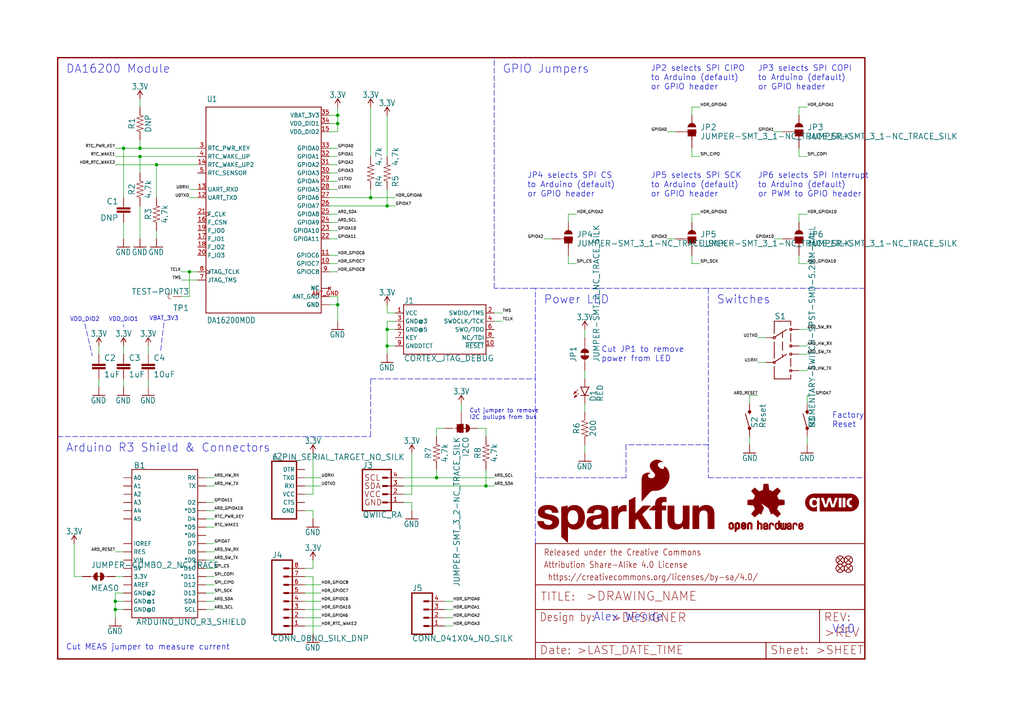
<source format=kicad_sch>
(kicad_sch (version 20211123) (generator eeschema)
  (paper "User" 315.798 223.926)
  (lib_symbols
    (symbol "eagleSchem-eagle-import:1.0UF-0603-16V-10%"
      (property "Reference" "C" (at 1.524 2.921 0))
      (property "Value" "1.0UF-0603-16V-10%" (at 1.524 -2.159 0))
      (symbol "1.0UF-0603-16V-10%_1_0"
        (pin passive line (at 0 5.08 270) (length 2.54) (name "1") (number "1"))
        (pin passive line (at 0 -2.54 90) (length 2.54) (name "2") (number "2"))
      )
    )
    (symbol "eagleSchem-eagle-import:10UF-0603-6.3V-20%"
      (property "Reference" "C" (at 1.524 2.921 0))
      (property "Value" "10UF-0603-6.3V-20%" (at 1.524 -2.159 0))
      (symbol "10UF-0603-6.3V-20%_1_0"
        (pin passive line (at 0 5.08 270) (length 2.54) (name "1") (number "1"))
        (pin passive line (at 0 -2.54 90) (length 2.54) (name "2") (number "2"))
      )
    )
    (symbol "eagleSchem-eagle-import:200OHM-0603-1{slash}10W-1%"
      (property "Reference" "R" (at 0 1.524 0))
      (property "Value" "200OHM-0603-1{slash}10W-1%" (at 0 -1.524 0))
      (symbol "200OHM-0603-1{slash}10W-1%_1_0"
        (pin passive line (at -5.08 0 0) (length 2.54) (name "1") (number "1"))
        (pin passive line (at 5.08 0 180) (length 2.54) (name "2") (number "2"))
      )
    )
    (symbol "eagleSchem-eagle-import:3.3V" (power)
      (property "Value" "3.3V" (at 0 2.794 0))
      (symbol "3.3V_1_0"
        (pin power_in line (at 0 0 90) (length 2.54) (name "3.3V") (number "1"))
      )
    )
    (symbol "eagleSchem-eagle-import:4.7KOHM-0603-1{slash}10W-1%"
      (property "Reference" "R" (at 0 1.524 0))
      (property "Value" "4.7KOHM-0603-1{slash}10W-1%" (at 0 -1.524 0))
      (symbol "4.7KOHM-0603-1{slash}10W-1%_1_0"
        (pin passive line (at -5.08 0 0) (length 2.54) (name "1") (number "1"))
        (pin passive line (at 5.08 0 180) (length 2.54) (name "2") (number "2"))
      )
    )
    (symbol "eagleSchem-eagle-import:6_PIN_SERIAL_TARGET_NO_SILK"
      (property "Reference" "J" (at -7.62 10.668 0))
      (property "Value" "6_PIN_SERIAL_TARGET_NO_SILK" (at -7.62 -9.906 0))
      (symbol "6_PIN_SERIAL_TARGET_NO_SILK_1_0"
        (pin passive line (at 2.54 -5.08 180) (length 2.54) (name "DTR") (number "1"))
        (pin passive line (at 2.54 0 180) (length 2.54) (name "RXI") (number "2"))
        (pin passive line (at 2.54 -2.54 180) (length 2.54) (name "TXO") (number "3"))
        (pin passive line (at 2.54 2.54 180) (length 2.54) (name "VCC") (number "4"))
        (pin passive line (at 2.54 5.08 180) (length 2.54) (name "CTS") (number "5"))
        (pin passive line (at 2.54 7.62 180) (length 2.54) (name "GND") (number "6"))
      )
    )
    (symbol "eagleSchem-eagle-import:ARDUINO_UNO_R3_SHIELDUNO_R3_SHIELD_NOLABELS_LOCK"
      (property "Reference" "B" (at -9.652 20.574 0))
      (property "Value" "ARDUINO_UNO_R3_SHIELDUNO_R3_SHIELD_NOLABELS_LOCK" (at -8.89 -25.654 0))
      (symbol "ARDUINO_UNO_R3_SHIELDUNO_R3_SHIELD_NOLABELS_LOCK_1_0"
        (pin bidirectional line (at -12.7 -12.7 0) (length 2.54) (name "3.3V") (number "3.3V"))
        (pin bidirectional line (at -12.7 -10.16 0) (length 2.54) (name "5V") (number "5V"))
        (pin bidirectional line (at -12.7 17.78 0) (length 2.54) (name "A0") (number "A0"))
        (pin bidirectional line (at -12.7 15.24 0) (length 2.54) (name "A1") (number "A1"))
        (pin bidirectional line (at -12.7 12.7 0) (length 2.54) (name "A2") (number "A2"))
        (pin bidirectional line (at -12.7 10.16 0) (length 2.54) (name "A3") (number "A3"))
        (pin bidirectional line (at -12.7 7.62 0) (length 2.54) (name "A4") (number "A4"))
        (pin bidirectional line (at -12.7 5.08 0) (length 2.54) (name "A5") (number "A5"))
        (pin bidirectional line (at -12.7 -15.24 0) (length 2.54) (name "AREF") (number "AREF"))
        (pin bidirectional line (at 12.7 -10.16 180) (length 2.54) (name "*D10") (number "D10"))
        (pin bidirectional line (at 12.7 -12.7 180) (length 2.54) (name "*D11") (number "D11"))
        (pin bidirectional line (at 12.7 -15.24 180) (length 2.54) (name "D12") (number "D12"))
        (pin bidirectional line (at 12.7 -17.78 180) (length 2.54) (name "D13") (number "D13"))
        (pin bidirectional line (at 12.7 10.16 180) (length 2.54) (name "D2") (number "D2"))
        (pin bidirectional line (at 12.7 7.62 180) (length 2.54) (name "*D3") (number "D3"))
        (pin bidirectional line (at 12.7 5.08 180) (length 2.54) (name "D4") (number "D4"))
        (pin bidirectional line (at 12.7 2.54 180) (length 2.54) (name "*D5") (number "D5"))
        (pin bidirectional line (at 12.7 0 180) (length 2.54) (name "*D6") (number "D6"))
        (pin bidirectional line (at 12.7 -2.54 180) (length 2.54) (name "D7") (number "D7"))
        (pin bidirectional line (at 12.7 -5.08 180) (length 2.54) (name "D8") (number "D8"))
        (pin bidirectional line (at 12.7 -7.62 180) (length 2.54) (name "*D9") (number "D9"))
        (pin bidirectional line (at -12.7 -22.86 0) (length 2.54) (name "GND@0") (number "GND@0"))
        (pin bidirectional line (at -12.7 -20.32 0) (length 2.54) (name "GND@1") (number "GND@1"))
        (pin bidirectional line (at -12.7 -17.78 0) (length 2.54) (name "GND@2") (number "GND@2"))
        (pin bidirectional line (at -12.7 -2.54 0) (length 2.54) (name "IOREF") (number "IOREF"))
        (pin bidirectional line (at -12.7 -5.08 0) (length 2.54) (name "RES") (number "RES"))
        (pin bidirectional line (at 12.7 17.78 180) (length 2.54) (name "RX") (number "RX"))
        (pin bidirectional line (at 12.7 -22.86 180) (length 2.54) (name "SCL") (number "SCL"))
        (pin bidirectional line (at 12.7 -20.32 180) (length 2.54) (name "SDA") (number "SDA"))
        (pin bidirectional line (at 12.7 15.24 180) (length 2.54) (name "TX") (number "TX"))
        (pin bidirectional line (at -12.7 -7.62 0) (length 2.54) (name "VIN") (number "VIN"))
      )
    )
    (symbol "eagleSchem-eagle-import:CAP-0603"
      (property "Reference" "C" (at 1.524 2.921 0))
      (property "Value" "CAP-0603" (at 1.524 -2.159 0))
      (symbol "CAP-0603_1_0"
        (pin passive line (at 0 5.08 270) (length 2.54) (name "1") (number "1"))
        (pin passive line (at 0 -2.54 90) (length 2.54) (name "2") (number "2"))
      )
    )
    (symbol "eagleSchem-eagle-import:CONN_041X04_NO_SILK"
      (property "Reference" "J" (at -5.08 8.128 0))
      (property "Value" "CONN_041X04_NO_SILK" (at -5.08 -7.366 0))
      (symbol "CONN_041X04_NO_SILK_1_0"
        (pin passive line (at 5.08 -2.54 180) (length 5.08) (name "1") (number "1"))
        (pin passive line (at 5.08 0 180) (length 5.08) (name "2") (number "2"))
        (pin passive line (at 5.08 2.54 180) (length 5.08) (name "3") (number "3"))
        (pin passive line (at 5.08 5.08 180) (length 5.08) (name "4") (number "4"))
      )
    )
    (symbol "eagleSchem-eagle-import:CONN_08NO_SILK_DNP"
      (property "Reference" "J" (at -5.08 13.208 0))
      (property "Value" "CONN_08NO_SILK_DNP" (at -5.08 -12.446 0))
      (symbol "CONN_08NO_SILK_DNP_1_0"
        (pin passive line (at 5.08 -7.62 180) (length 5.08) (name "1") (number "1"))
        (pin passive line (at 5.08 -5.08 180) (length 5.08) (name "2") (number "2"))
        (pin passive line (at 5.08 -2.54 180) (length 5.08) (name "3") (number "3"))
        (pin passive line (at 5.08 0 180) (length 5.08) (name "4") (number "4"))
        (pin passive line (at 5.08 2.54 180) (length 5.08) (name "5") (number "5"))
        (pin passive line (at 5.08 5.08 180) (length 5.08) (name "6") (number "6"))
        (pin passive line (at 5.08 7.62 180) (length 5.08) (name "7") (number "7"))
        (pin passive line (at 5.08 10.16 180) (length 5.08) (name "8") (number "8"))
      )
    )
    (symbol "eagleSchem-eagle-import:CORTEX_JTAG_DEBUG_PTH_NS"
      (property "Reference" "J" (at -12.7 7.874 0))
      (property "Value" "CORTEX_JTAG_DEBUG_PTH_NS" (at -12.7 -9.906 0))
      (symbol "CORTEX_JTAG_DEBUG_PTH_NS_1_0"
        (pin bidirectional line (at -15.24 5.08 0) (length 2.54) (name "VCC") (number "1"))
        (pin bidirectional line (at 15.24 -5.08 180) (length 2.54) (name "~{RESET}") (number "10"))
        (pin bidirectional line (at 15.24 5.08 180) (length 2.54) (name "SWDIO/TMS") (number "2"))
        (pin bidirectional line (at -15.24 2.54 0) (length 2.54) (name "GND@3") (number "3"))
        (pin bidirectional line (at 15.24 2.54 180) (length 2.54) (name "SWDCLK/TCK") (number "4"))
        (pin bidirectional line (at -15.24 0 0) (length 2.54) (name "GND@5") (number "5"))
        (pin bidirectional line (at 15.24 0 180) (length 2.54) (name "SWO/TDO") (number "6"))
        (pin bidirectional line (at -15.24 -2.54 0) (length 2.54) (name "KEY") (number "7"))
        (pin bidirectional line (at 15.24 -2.54 180) (length 2.54) (name "NC/TDI") (number "8"))
        (pin bidirectional line (at -15.24 -5.08 0) (length 2.54) (name "GNDDTCT") (number "9"))
      )
    )
    (symbol "eagleSchem-eagle-import:DA16200MOD-AAC4WA32"
      (property "Reference" "U" (at -17.78 31.75 0))
      (property "Value" "DA16200MOD-AAC4WA32" (at -17.78 -34.29 0))
      (symbol "DA16200MOD-AAC4WA32_1_0"
        (pin no_connect line (at 20.32 -25.4 180) (length 2.54) (name "NC") (number "1"))
        (pin bidirectional line (at 20.32 -17.78 180) (length 2.54) (name "GPIOC7") (number "10"))
        (pin bidirectional line (at 20.32 -15.24 180) (length 2.54) (name "GPIOC6") (number "11"))
        (pin output line (at -20.32 2.54 0) (length 2.54) (name "UART_TXD") (number "12"))
        (pin input line (at -20.32 5.08 0) (length 2.54) (name "UART_RXD") (number "13"))
        (pin input line (at -20.32 12.7 0) (length 2.54) (name "RTC_WAKE_UP2") (number "14"))
        (pin power_in line (at 20.32 22.86 180) (length 2.54) (name "VDD_DIO2") (number "15"))
        (pin bidirectional line (at -20.32 -5.08 0) (length 2.54) (name "F_CSN") (number "16"))
        (pin bidirectional line (at -20.32 -10.16 0) (length 2.54) (name "F_IO1") (number "17"))
        (pin bidirectional line (at -20.32 -12.7 0) (length 2.54) (name "F_IO2") (number "18"))
        (pin bidirectional line (at -20.32 -7.62 0) (length 2.54) (name "F_IO0") (number "19"))
        (pin power_in line (at 20.32 -30.48 180) (length 2.54) (name "GND") (number "2"))
        (pin bidirectional line (at -20.32 -15.24 0) (length 2.54) (name "F_IO3") (number "20"))
        (pin bidirectional clock (at -20.32 -2.54 0) (length 2.54) (name "F_CLK") (number "21"))
        (pin bidirectional line (at 20.32 -10.16 180) (length 2.54) (name "GPIOA11") (number "22"))
        (pin bidirectional line (at 20.32 -7.62 180) (length 2.54) (name "GPIOA10") (number "23"))
        (pin bidirectional line (at 20.32 -5.08 180) (length 2.54) (name "GPIOA9") (number "24"))
        (pin bidirectional line (at 20.32 -2.54 180) (length 2.54) (name "GPIOA8") (number "25"))
        (pin bidirectional line (at 20.32 0 180) (length 2.54) (name "GPIOA7") (number "26"))
        (pin bidirectional line (at 20.32 2.54 180) (length 2.54) (name "GPIOA6") (number "27"))
        (pin bidirectional line (at 20.32 5.08 180) (length 2.54) (name "GPIOA5") (number "28"))
        (pin bidirectional line (at 20.32 7.62 180) (length 2.54) (name "GPIOA4") (number "29"))
        (pin input line (at -20.32 17.78 0) (length 2.54) (name "RTC_PWR_KEY") (number "3"))
        (pin bidirectional line (at 20.32 10.16 180) (length 2.54) (name "GPIOA3") (number "30"))
        (pin bidirectional line (at 20.32 12.7 180) (length 2.54) (name "GPIOA2") (number "31"))
        (pin bidirectional line (at 20.32 15.24 180) (length 2.54) (name "GPIOA1") (number "32"))
        (pin bidirectional line (at 20.32 17.78 180) (length 2.54) (name "GPIOA0") (number "33"))
        (pin power_in line (at 20.32 25.4 180) (length 2.54) (name "VDD_DIO1") (number "34"))
        (pin power_in line (at 20.32 27.94 180) (length 2.54) (name "VBAT_3V3") (number "35"))
        (pin no_connect line (at 20.32 -25.4 180) (length 2.54) (name "NC") (number "36"))
        (pin no_connect line (at 20.32 -25.4 180) (length 2.54) (name "NC") (number "37"))
        (pin input line (at -20.32 15.24 0) (length 2.54) (name "RTC_WAKE_UP") (number "4"))
        (pin output line (at -20.32 10.16 0) (length 2.54) (name "RTC_SENSOR") (number "5"))
        (pin no_connect line (at 20.32 -25.4 180) (length 2.54) (name "NC") (number "6"))
        (pin bidirectional line (at -20.32 -22.86 0) (length 2.54) (name "JTAG_TMS") (number "7"))
        (pin bidirectional clock (at -20.32 -20.32 0) (length 2.54) (name "JTAG_TCLK") (number "8"))
        (pin bidirectional line (at 20.32 -20.32 180) (length 2.54) (name "GPIOC8") (number "9"))
        (pin power_in line (at 20.32 -27.94 180) (length 2.54) (name "ANT_GND") (number "ANT_GND"))
        (pin power_in line (at 20.32 -30.48 180) (length 2.54) (name "GND") (number "GND"))
      )
    )
    (symbol "eagleSchem-eagle-import:FIDUCIAL1X2")
    (symbol "eagleSchem-eagle-import:FRAME-LETTER"
      (symbol "FRAME-LETTER_2_0"
        (text " https://creativecommons.org/licenses/by-sa/4.0/" (at 2.54 24.13 0) (effects (font (size 1.9304 1.6408)) (justify left bottom)))
        (text ">DESIGNER" (at 23.114 11.176 0) (effects (font (size 2.7432 2.7432)) (justify left bottom)))
        (text ">DRAWING_NAME" (at 15.494 17.78 0) (effects (font (size 2.7432 2.7432)) (justify left bottom)))
        (text ">LAST_DATE_TIME" (at 12.7 1.27 0) (effects (font (size 2.54 2.54)) (justify left bottom)))
        (text ">REV" (at 88.9 6.604 0) (effects (font (size 2.7432 2.7432)) (justify left bottom)))
        (text ">SHEET" (at 86.36 1.27 0) (effects (font (size 2.54 2.54)) (justify left bottom)))
        (text "Attribution Share-Alike 4.0 License" (at 2.54 27.94 0) (effects (font (size 1.9304 1.6408)) (justify left bottom)))
        (text "Date:" (at 1.27 1.27 0) (effects (font (size 2.54 2.54)) (justify left bottom)))
        (text "Design by:" (at 1.27 11.43 0) (effects (font (size 2.54 2.159)) (justify left bottom)))
        (text "Released under the Creative Commons" (at 2.54 31.75 0) (effects (font (size 1.9304 1.6408)) (justify left bottom)))
        (text "REV:" (at 88.9 11.43 0) (effects (font (size 2.54 2.54)) (justify left bottom)))
        (text "Sheet:" (at 72.39 1.27 0) (effects (font (size 2.54 2.54)) (justify left bottom)))
        (text "TITLE:" (at 1.524 17.78 0) (effects (font (size 2.54 2.54)) (justify left bottom)))
      )
    )
    (symbol "eagleSchem-eagle-import:GND" (power)
      (property "Value" "GND" (at 0 -0.254 0))
      (symbol "GND_1_0"
        (pin power_in line (at 0 2.54 270) (length 2.54) (name "GND") (number "1"))
      )
    )
    (symbol "eagleSchem-eagle-import:JUMPER-COMBO_2_NC_TRACE"
      (property "Reference" "JP" (at -2.54 2.54 0))
      (property "Value" "JUMPER-COMBO_2_NC_TRACE" (at -2.54 -2.54 0))
      (symbol "JUMPER-COMBO_2_NC_TRACE_1_0"
        (pin passive line (at -5.08 0 0) (length 2.54) (name "1") (number "1"))
        (pin passive line (at 5.08 0 180) (length 2.54) (name "2") (number "2"))
        (pin passive line (at -5.08 0 0) (length 2.54) (name "1") (number "3"))
        (pin passive line (at 5.08 0 180) (length 2.54) (name "2") (number "4"))
      )
    )
    (symbol "eagleSchem-eagle-import:JUMPER-SMT_2_NC_TRACE_SILK"
      (property "Reference" "JP" (at -2.54 2.54 0))
      (property "Value" "JUMPER-SMT_2_NC_TRACE_SILK" (at -2.54 -2.54 0))
      (symbol "JUMPER-SMT_2_NC_TRACE_SILK_1_0"
        (pin passive line (at -5.08 0 0) (length 2.54) (name "1") (number "1"))
        (pin passive line (at 5.08 0 180) (length 2.54) (name "2") (number "2"))
      )
    )
    (symbol "eagleSchem-eagle-import:JUMPER-SMT_3_1-NC_TRACE_SILK"
      (property "Reference" "JP" (at 2.54 0.381 0))
      (property "Value" "JUMPER-SMT_3_1-NC_TRACE_SILK" (at 2.54 -0.381 0))
      (symbol "JUMPER-SMT_3_1-NC_TRACE_SILK_1_0"
        (pin passive line (at 0 5.08 270) (length 2.54) (name "1") (number "1"))
        (pin passive line (at -5.08 0 0) (length 2.54) (name "2") (number "2"))
        (pin passive line (at 0 -5.08 90) (length 2.54) (name "3") (number "3"))
      )
    )
    (symbol "eagleSchem-eagle-import:JUMPER-SMT_3_2-NC_TRACE_SILK"
      (property "Reference" "JP" (at 2.54 0.381 0))
      (property "Value" "JUMPER-SMT_3_2-NC_TRACE_SILK" (at 2.54 -0.381 0))
      (symbol "JUMPER-SMT_3_2-NC_TRACE_SILK_1_0"
        (pin passive line (at 0 5.08 270) (length 2.54) (name "1") (number "1"))
        (pin passive line (at -5.08 0 0) (length 2.54) (name "2") (number "2"))
        (pin passive line (at 0 -5.08 90) (length 2.54) (name "3") (number "3"))
      )
    )
    (symbol "eagleSchem-eagle-import:LED-RED0603"
      (property "Reference" "D" (at -3.429 -4.572 90))
      (property "Value" "LED-RED0603" (at 1.905 -4.572 90))
      (symbol "LED-RED0603_1_0"
        (pin passive line (at 0 2.54 270) (length 2.54) (name "A") (number "A"))
        (pin passive line (at 0 -5.08 90) (length 2.54) (name "C") (number "C"))
      )
    )
    (symbol "eagleSchem-eagle-import:MOMENTARY-SWITCH-SPST-SMD-5.2MM-TALL"
      (property "Reference" "S" (at 0 1.524 0))
      (property "Value" "MOMENTARY-SWITCH-SPST-SMD-5.2MM-TALL" (at 0 -0.508 0))
      (symbol "MOMENTARY-SWITCH-SPST-SMD-5.2MM-TALL_1_0"
        (pin passive line (at -5.08 0 0) (length 2.54) (name "1") (number "1"))
        (pin passive line (at 5.08 0 180) (length 2.54) (name "2") (number "3"))
      )
    )
    (symbol "eagleSchem-eagle-import:OSHW-LOGOM")
    (symbol "eagleSchem-eagle-import:QWIIC_CONNECTORJS-1MM"
      (property "Reference" "J" (at -5.08 7.874 0))
      (property "Value" "QWIIC_CONNECTORJS-1MM" (at -5.08 -5.334 0))
      (symbol "QWIIC_CONNECTORJS-1MM_1_0"
        (text "GND" (at -4.572 -2.54 0) (effects (font (size 1.778 1.778)) (justify left)))
        (text "SCL" (at -4.572 5.08 0) (effects (font (size 1.778 1.778)) (justify left)))
        (text "SDA" (at -4.572 2.54 0) (effects (font (size 1.778 1.778)) (justify left)))
        (text "VCC" (at -4.572 0 0) (effects (font (size 1.778 1.778)) (justify left)))
        (pin power_in line (at 7.62 -2.54 180) (length 5.08) (name "1") (number "1"))
        (pin power_in line (at 7.62 0 180) (length 5.08) (name "2") (number "2"))
        (pin passive line (at 7.62 2.54 180) (length 5.08) (name "3") (number "3"))
        (pin passive line (at 7.62 5.08 180) (length 5.08) (name "4") (number "4"))
      )
    )
    (symbol "eagleSchem-eagle-import:QWIIC_LOGO_5MM")
    (symbol "eagleSchem-eagle-import:RESISTOR0603"
      (property "Reference" "R" (at 0 1.524 0))
      (property "Value" "RESISTOR0603" (at 0 -1.524 0))
      (symbol "RESISTOR0603_1_0"
        (pin passive line (at -5.08 0 0) (length 2.54) (name "1") (number "1"))
        (pin passive line (at 5.08 0 180) (length 2.54) (name "2") (number "2"))
      )
    )
    (symbol "eagleSchem-eagle-import:SFE_LOGO_NAME_FLAME.2_INCH")
    (symbol "eagleSchem-eagle-import:SWITCH-DPDT-SMD-AYZ0202"
      (property "Reference" "S" (at 0 7.874 0))
      (property "Value" "SWITCH-DPDT-SMD-AYZ0202" (at 0 -10.414 0))
      (symbol "SWITCH-DPDT-SMD-AYZ0202_1_0"
        (pin bidirectional line (at 5.08 0 180) (length 2.54) (name "1") (number "1"))
        (pin bidirectional line (at -5.08 2.54 0) (length 2.54) (name "2") (number "2"))
        (pin bidirectional line (at 5.08 5.08 180) (length 2.54) (name "3") (number "3"))
        (pin bidirectional line (at 5.08 -7.62 180) (length 2.54) (name "4") (number "4"))
        (pin bidirectional line (at -5.08 -5.08 0) (length 2.54) (name "5") (number "5"))
        (pin bidirectional line (at 5.08 -2.54 180) (length 2.54) (name "6") (number "6"))
      )
    )
    (symbol "eagleSchem-eagle-import:TEST-POINT3"
      (property "Reference" "TP" (at -2.54 2.54 0))
      (property "Value" "TEST-POINT3" (at -2.54 -2.54 0))
      (symbol "TEST-POINT3_1_0"
        (pin bidirectional line (at 0 0 180) (length 0) (name "1") (number "1"))
      )
    )
  )
  (junction (at 104.14 93.98))
  (junction (at 58.42 83.82))
  (junction (at 119.38 101.6))
  (junction (at 35.56 187.96))
  (junction (at 119.38 63.5))
  (junction (at 48.26 50.8))
  (junction (at 35.56 185.42))
  (junction (at 134.62 147.32))
  (junction (at 43.18 45.72))
  (junction (at 119.38 106.68))
  (junction (at 149.86 149.86))
  (junction (at 104.14 38.1))
  (junction (at 43.18 48.26))
  (junction (at 114.3 60.96))
  (junction (at 38.1 45.72))
  (junction (at 104.14 35.56))
  (wire (pts (xy 213.36 78.74) (xy 213.36 81.28)))
  (polyline (pts (xy 114.3 116.84) (xy 165.1 116.84)))
  (wire (pts (xy 175.26 81.28) (xy 177.8 81.28)))
  (wire (pts (xy 101.6 58.42) (xy 104.14 58.42)))
  (wire (pts (xy 241.3 40.64) (xy 238.76 40.64)))
  (wire (pts (xy 101.6 81.28) (xy 104.14 81.28)))
  (wire (pts (xy 63.5 175.26) (xy 66.04 175.26)))
  (polyline (pts (xy 165.1 88.9) (xy 152.4 88.9)))
  (wire (pts (xy 180.34 114.3) (xy 180.34 116.84)))
  (wire (pts (xy 119.38 63.5) (xy 121.92 63.5)))
  (wire (pts (xy 101.6 93.98) (xy 104.14 93.98)))
  (wire (pts (xy 213.36 68.58) (xy 213.36 66.04)))
  (wire (pts (xy 119.38 58.42) (xy 119.38 63.5)))
  (wire (pts (xy 38.1 116.84) (xy 38.1 119.38)))
  (polyline (pts (xy 50.546 99.568) (xy 49.53 108.204)))
  (polyline (pts (xy 165.1 147.32) (xy 165.1 116.84)))
  (wire (pts (xy 63.5 185.42) (xy 66.04 185.42)))
  (wire (pts (xy 63.5 187.96) (xy 66.04 187.96)))
  (wire (pts (xy 38.1 187.96) (xy 35.56 187.96)))
  (wire (pts (xy 104.14 40.64) (xy 101.6 40.64)))
  (wire (pts (xy 38.1 177.8) (xy 35.56 177.8)))
  (wire (pts (xy 175.26 66.04) (xy 177.8 66.04)))
  (wire (pts (xy 213.36 45.72) (xy 213.36 48.26)))
  (wire (pts (xy 149.86 149.86) (xy 149.86 144.78)))
  (wire (pts (xy 246.38 109.22) (xy 248.92 109.22)))
  (wire (pts (xy 121.92 101.6) (xy 119.38 101.6)))
  (wire (pts (xy 101.6 55.88) (xy 104.14 55.88)))
  (wire (pts (xy 45.72 116.84) (xy 45.72 119.38)))
  (wire (pts (xy 137.16 193.04) (xy 139.7 193.04)))
  (wire (pts (xy 55.88 91.44) (xy 58.42 91.44)))
  (wire (pts (xy 63.5 180.34) (xy 66.04 180.34)))
  (wire (pts (xy 114.3 48.26) (xy 114.3 33.02)))
  (wire (pts (xy 60.96 58.42) (xy 58.42 58.42)))
  (wire (pts (xy 251.46 121.92) (xy 248.92 121.92)))
  (wire (pts (xy 137.16 132.08) (xy 134.62 132.08)))
  (wire (pts (xy 43.18 43.18) (xy 43.18 45.72)))
  (wire (pts (xy 93.98 182.88) (xy 99.06 182.88)))
  (wire (pts (xy 104.14 35.56) (xy 104.14 33.02)))
  (wire (pts (xy 246.38 33.02) (xy 248.92 33.02)))
  (wire (pts (xy 60.96 83.82) (xy 58.42 83.82)))
  (wire (pts (xy 38.1 60.96) (xy 38.1 45.72)))
  (wire (pts (xy 48.26 71.12) (xy 48.26 73.66)))
  (polyline (pts (xy 165.1 167.64) (xy 165.1 147.32)))
  (wire (pts (xy 246.38 35.56) (xy 246.38 33.02)))
  (wire (pts (xy 58.42 83.82) (xy 55.88 83.82)))
  (wire (pts (xy 137.16 190.5) (xy 139.7 190.5)))
  (wire (pts (xy 236.22 104.14) (xy 233.68 104.14)))
  (wire (pts (xy 121.92 106.68) (xy 119.38 106.68)))
  (wire (pts (xy 170.18 73.66) (xy 167.64 73.66)))
  (wire (pts (xy 93.98 180.34) (xy 99.06 180.34)))
  (wire (pts (xy 48.26 50.8) (xy 48.26 60.96)))
  (wire (pts (xy 241.3 73.66) (xy 238.76 73.66)))
  (wire (pts (xy 101.6 68.58) (xy 104.14 68.58)))
  (wire (pts (xy 119.38 106.68) (xy 119.38 109.22)))
  (wire (pts (xy 213.36 35.56) (xy 213.36 33.02)))
  (wire (pts (xy 93.98 187.96) (xy 99.06 187.96)))
  (wire (pts (xy 60.96 86.36) (xy 55.88 86.36)))
  (wire (pts (xy 63.5 177.8) (xy 66.04 177.8)))
  (wire (pts (xy 35.56 187.96) (xy 35.56 190.5)))
  (wire (pts (xy 124.46 152.4) (xy 127 152.4)))
  (polyline (pts (xy 17.78 134.62) (xy 114.3 134.62)))
  (wire (pts (xy 35.56 185.42) (xy 35.56 187.96)))
  (wire (pts (xy 246.38 78.74) (xy 246.38 81.28)))
  (wire (pts (xy 96.52 175.26) (xy 96.52 172.72)))
  (polyline (pts (xy 218.44 147.32) (xy 266.7 147.32)))
  (wire (pts (xy 93.98 177.8) (xy 96.52 177.8)))
  (wire (pts (xy 96.52 177.8) (xy 96.52 195.58)))
  (polyline (pts (xy 26.162 99.822) (xy 28.448 109.728)))
  (wire (pts (xy 236.22 111.76) (xy 233.68 111.76)))
  (wire (pts (xy 25.4 177.8) (xy 22.86 177.8)))
  (wire (pts (xy 38.1 182.88) (xy 35.56 182.88)))
  (wire (pts (xy 114.3 60.96) (xy 121.92 60.96)))
  (wire (pts (xy 38.1 170.18) (xy 35.56 170.18)))
  (wire (pts (xy 213.36 33.02) (xy 215.9 33.02)))
  (wire (pts (xy 63.5 160.02) (xy 66.04 160.02)))
  (wire (pts (xy 60.96 50.8) (xy 48.26 50.8)))
  (wire (pts (xy 101.6 48.26) (xy 104.14 48.26)))
  (polyline (pts (xy 38.1 100.076) (xy 38.1 100.838)))
  (polyline (pts (xy 152.4 88.9) (xy 152.4 17.78)))
  (wire (pts (xy 175.26 68.58) (xy 175.26 66.04)))
  (wire (pts (xy 121.92 96.52) (xy 119.38 96.52)))
  (wire (pts (xy 30.48 116.84) (xy 30.48 119.38)))
  (wire (pts (xy 63.5 167.64) (xy 66.04 167.64)))
  (wire (pts (xy 149.86 132.08) (xy 147.32 132.08)))
  (wire (pts (xy 101.6 83.82) (xy 104.14 83.82)))
  (polyline (pts (xy 218.44 137.16) (xy 193.04 137.16)))
  (wire (pts (xy 63.5 170.18) (xy 66.04 170.18)))
  (wire (pts (xy 248.92 121.92) (xy 248.92 124.46)))
  (wire (pts (xy 208.28 40.64) (xy 205.74 40.64)))
  (wire (pts (xy 35.56 182.88) (xy 35.56 185.42)))
  (wire (pts (xy 119.38 101.6) (xy 119.38 106.68)))
  (wire (pts (xy 63.5 147.32) (xy 66.04 147.32)))
  (wire (pts (xy 119.38 96.52) (xy 119.38 93.98)))
  (polyline (pts (xy 266.7 88.9) (xy 218.44 88.9)))
  (wire (pts (xy 152.4 99.06) (xy 154.94 99.06)))
  (wire (pts (xy 60.96 60.96) (xy 58.42 60.96)))
  (wire (pts (xy 134.62 147.32) (xy 152.4 147.32)))
  (wire (pts (xy 246.38 106.68) (xy 248.92 106.68)))
  (wire (pts (xy 121.92 99.06) (xy 119.38 99.06)))
  (polyline (pts (xy 165.1 116.84) (xy 165.1 88.9)))
  (wire (pts (xy 149.86 134.62) (xy 149.86 132.08)))
  (wire (pts (xy 93.98 185.42) (xy 99.06 185.42)))
  (wire (pts (xy 101.6 66.04) (xy 104.14 66.04)))
  (wire (pts (xy 22.86 177.8) (xy 22.86 167.64)))
  (wire (pts (xy 137.16 187.96) (xy 139.7 187.96)))
  (wire (pts (xy 38.1 109.22) (xy 38.1 106.68)))
  (wire (pts (xy 30.48 109.22) (xy 30.48 106.68)))
  (wire (pts (xy 101.6 50.8) (xy 104.14 50.8)))
  (wire (pts (xy 60.96 45.72) (xy 43.18 45.72)))
  (wire (pts (xy 231.14 124.46) (xy 231.14 121.92)))
  (wire (pts (xy 134.62 132.08) (xy 134.62 134.62)))
  (polyline (pts (xy 193.04 147.32) (xy 165.1 147.32)))
  (wire (pts (xy 101.6 78.74) (xy 104.14 78.74)))
  (wire (pts (xy 246.38 48.26) (xy 248.92 48.26)))
  (wire (pts (xy 101.6 73.66) (xy 104.14 73.66)))
  (wire (pts (xy 231.14 121.92) (xy 233.68 121.92)))
  (wire (pts (xy 38.1 68.58) (xy 38.1 73.66)))
  (wire (pts (xy 124.46 147.32) (xy 134.62 147.32)))
  (wire (pts (xy 93.98 193.04) (xy 99.06 193.04)))
  (wire (pts (xy 248.92 134.62) (xy 248.92 137.16)))
  (wire (pts (xy 43.18 48.26) (xy 35.56 48.26)))
  (wire (pts (xy 96.52 157.48) (xy 96.52 160.02)))
  (wire (pts (xy 246.38 114.3) (xy 248.92 114.3)))
  (polyline (pts (xy 114.3 134.62) (xy 114.3 116.84)))
  (wire (pts (xy 101.6 53.34) (xy 104.14 53.34)))
  (wire (pts (xy 43.18 48.26) (xy 43.18 53.34)))
  (wire (pts (xy 45.72 109.22) (xy 45.72 106.68)))
  (wire (pts (xy 101.6 35.56) (xy 104.14 35.56)))
  (wire (pts (xy 48.26 50.8) (xy 35.56 50.8)))
  (wire (pts (xy 63.5 154.94) (xy 66.04 154.94)))
  (wire (pts (xy 63.5 172.72) (xy 66.04 172.72)))
  (wire (pts (xy 246.38 68.58) (xy 246.38 66.04)))
  (wire (pts (xy 43.18 45.72) (xy 38.1 45.72)))
  (wire (pts (xy 38.1 45.72) (xy 35.56 45.72)))
  (wire (pts (xy 246.38 101.6) (xy 248.92 101.6)))
  (wire (pts (xy 93.98 175.26) (xy 96.52 175.26)))
  (wire (pts (xy 93.98 152.4) (xy 96.52 152.4)))
  (wire (pts (xy 101.6 60.96) (xy 114.3 60.96)))
  (polyline (pts (xy 218.44 88.9) (xy 165.1 88.9)))
  (wire (pts (xy 246.38 81.28) (xy 248.92 81.28)))
  (polyline (pts (xy 193.04 137.16) (xy 193.04 147.32)))
  (wire (pts (xy 96.52 152.4) (xy 96.52 139.7)))
  (wire (pts (xy 43.18 33.02) (xy 43.18 30.48)))
  (wire (pts (xy 213.36 66.04) (xy 215.9 66.04)))
  (wire (pts (xy 137.16 185.42) (xy 139.7 185.42)))
  (wire (pts (xy 246.38 45.72) (xy 246.38 48.26)))
  (wire (pts (xy 101.6 45.72) (xy 104.14 45.72)))
  (wire (pts (xy 127 152.4) (xy 127 139.7)))
  (wire (pts (xy 180.34 139.7) (xy 180.34 137.16)))
  (wire (pts (xy 119.38 99.06) (xy 119.38 101.6)))
  (wire (pts (xy 93.98 157.48) (xy 96.52 157.48)))
  (wire (pts (xy 63.5 157.48) (xy 66.04 157.48)))
  (wire (pts (xy 208.28 73.66) (xy 205.74 73.66)))
  (polyline (pts (xy 218.44 137.16) (xy 218.44 147.32)))
  (wire (pts (xy 127 154.94) (xy 127 157.48)))
  (wire (pts (xy 104.14 38.1) (xy 101.6 38.1)))
  (wire (pts (xy 180.34 101.6) (xy 180.34 104.14)))
  (wire (pts (xy 152.4 96.52) (xy 154.94 96.52)))
  (wire (pts (xy 101.6 71.12) (xy 104.14 71.12)))
  (wire (pts (xy 93.98 190.5) (xy 99.06 190.5)))
  (wire (pts (xy 124.46 154.94) (xy 127 154.94)))
  (wire (pts (xy 149.86 149.86) (xy 152.4 149.86)))
  (wire (pts (xy 104.14 40.64) (xy 104.14 38.1)))
  (wire (pts (xy 60.96 48.26) (xy 43.18 48.26)))
  (wire (pts (xy 119.38 63.5) (xy 101.6 63.5)))
  (wire (pts (xy 142.24 127) (xy 142.24 124.46)))
  (wire (pts (xy 38.1 185.42) (xy 35.56 185.42)))
  (wire (pts (xy 104.14 38.1) (xy 104.14 35.56)))
  (polyline (pts (xy 218.44 88.9) (xy 218.44 137.16)))
  (wire (pts (xy 93.98 147.32) (xy 99.06 147.32)))
  (wire (pts (xy 63.5 149.86) (xy 66.04 149.86)))
  (wire (pts (xy 63.5 182.88) (xy 66.04 182.88)))
  (wire (pts (xy 101.6 91.44) (xy 104.14 91.44)))
  (wire (pts (xy 246.38 66.04) (xy 248.92 66.04)))
  (wire (pts (xy 180.34 127) (xy 180.34 124.46)))
  (wire (pts (xy 134.62 147.32) (xy 134.62 144.78)))
  (wire (pts (xy 63.5 162.56) (xy 66.04 162.56)))
  (wire (pts (xy 58.42 91.44) (xy 58.42 83.82)))
  (wire (pts (xy 175.26 78.74) (xy 175.26 81.28)))
  (wire (pts (xy 213.36 81.28) (xy 215.9 81.28)))
  (wire (pts (xy 231.14 134.62) (xy 231.14 137.16)))
  (wire (pts (xy 213.36 48.26) (xy 215.9 48.26)))
  (wire (pts (xy 93.98 149.86) (xy 99.06 149.86)))
  (wire (pts (xy 119.38 48.26) (xy 119.38 35.56)))
  (wire (pts (xy 114.3 58.42) (xy 114.3 60.96)))
  (wire (pts (xy 104.14 91.44) (xy 104.14 93.98)))
  (wire (pts (xy 104.14 93.98) (xy 104.14 99.06)))
  (wire (pts (xy 43.18 73.66) (xy 43.18 63.5)))
  (wire (pts (xy 124.46 149.86) (xy 149.86 149.86)))
  (text "VDD_DIO2" (at 26.162 98.552 180) (effects (font (size 1.27 1.27))))
  (text "Power LED" (at 167.64 93.98 180) (effects (font (size 2.54 2.54)) (justify left bottom)))
  (text "JP4 selects SPI CS\nto Arduino (default)\nor GPIO header" (at 162.56 60.96 0) (effects (font (size 1.778 1.778)) (justify left bottom)))
  (text "DA16200 Module" (at 20.32 22.86 180) (effects (font (size 2.54 2.54)) (justify left bottom)))
  (text "JP5 selects SPI SCK\nto Arduino (default)\nor GPIO header" (at 200.66 60.96 0) (effects (font (size 1.778 1.778)) (justify left bottom)))
  (text "VBAT_3V3" (at 50.546 98.298 180) (effects (font (size 1.27 1.27))))
  (text "V10" (at 256.54 195.58 180) (effects (font (size 2.54 2.54)) (justify left bottom)))
  (text "Factory\nReset" (at 256.54 132.08 180) (effects (font (size 1.778 1.778)) (justify left bottom)))
  (text "Arduino R3 Shield & Connectors" (at 20.32 139.7 180) (effects (font (size 2.54 2.54)) (justify left bottom)))
  (text "Switches" (at 220.98 93.98 180) (effects (font (size 2.54 2.54)) (justify left bottom)))
  (text "VDD_DIO1" (at 38.1 98.552 180) (effects (font (size 1.27 1.27))))
  (text "Cut jumper to remove\nI2C pullups from bus" (at 144.78 129.54 180) (effects (font (size 1.27 1.27)) (justify left bottom)))
  (text "Cut JP1 to remove\npower from LED" (at 185.42 111.76 180) (effects (font (size 1.778 1.778)) (justify left bottom)))
  (text "Alex Wende" (at 182.88 191.77 180) (effects (font (size 2.54 2.54)) (justify left bottom)))
  (text "GPIO Jumpers" (at 154.94 22.86 180) (effects (font (size 2.54 2.54)) (justify left bottom)))
  (text "JP2 selects SPI CIPO\nto Arduino (default)\nor GPIO header" (at 200.66 27.94 0) (effects (font (size 1.778 1.778)) (justify left bottom)))
  (text "JP3 selects SPI COPI\nto Arduino (default)\nor GPIO header" (at 233.68 27.94 0) (effects (font (size 1.778 1.778)) (justify left bottom)))
  (text "JP6 selects SPI Interrupt\nto Arduino (default)\nor PWM to GPIO header" (at 233.68 60.96 0) (effects (font (size 1.778 1.778)) (justify left bottom)))
  (text "Cut MEAS jumper to measure current" (at 20.32 200.66 180) (effects (font (size 1.778 1.778)) (justify left bottom)))
  (label "ARD_GPIOA10" (at 248.92 81.28 0) (effects (font (size 0.889 0.889))))
  (label "U0TXO" (at 99.06 149.86 0) (effects (font (size 0.889 0.889))))
  (label "U1RXI" (at 104.14 58.42 0) (effects (font (size 0.889 0.889))))
  (label "ARD_RESET" (at 35.56 170.18 180) (effects (font (size 0.889 0.889))))
  (label "ARD_GPIOA10" (at 66.04 157.48 0) (effects (font (size 0.889 0.889))))
  (label "HDR_GPIOC8" (at 99.06 180.34 0) (effects (font (size 0.889 0.889))))
  (label "RTC_PWR_KEY" (at 35.56 45.72 180) (effects (font (size 0.889 0.889))))
  (label "ARD_SW_TX" (at 248.92 109.22 0) (effects (font (size 0.889 0.889))))
  (label "HDR_GPIOA10" (at 99.06 187.96 0) (effects (font (size 0.889 0.889))))
  (label "U0TXO" (at 58.42 60.96 180) (effects (font (size 0.889 0.889))))
  (label "TMS" (at 154.94 96.52 0) (effects (font (size 0.889 0.889))))
  (label "ARD_SW_RX" (at 248.92 101.6 0) (effects (font (size 0.889 0.889))))
  (label "HDR_GPIOA2" (at 177.8 66.04 0) (effects (font (size 0.889 0.889))))
  (label "SPI_SCK" (at 66.04 182.88 0) (effects (font (size 0.889 0.889))))
  (label "SPI_COPI" (at 66.04 177.8 0) (effects (font (size 0.889 0.889))))
  (label "U0RXI" (at 99.06 147.32 0) (effects (font (size 0.889 0.889))))
  (label "HDR_GPIOA10" (at 248.92 66.04 0) (effects (font (size 0.889 0.889))))
  (label "HDR_GPIOC7" (at 104.14 81.28 0) (effects (font (size 0.889 0.889))))
  (label "GPIOA10" (at 238.76 73.66 180) (effects (font (size 0.889 0.889))))
  (label "ARD_HW_TX" (at 248.92 114.3 0) (effects (font (size 0.889 0.889))))
  (label "ARD_SW_RX" (at 66.04 170.18 0) (effects (font (size 0.889 0.889))))
  (label "GPIOA3" (at 104.14 53.34 0) (effects (font (size 0.889 0.889))))
  (label "ARD_HW_RX" (at 248.92 106.68 0) (effects (font (size 0.889 0.889))))
  (label "GPIOA7" (at 251.46 121.92 0) (effects (font (size 0.889 0.889))))
  (label "SPI_COPI" (at 248.92 48.26 0) (effects (font (size 0.889 0.889))))
  (label "GPIOA0" (at 205.74 40.64 180) (effects (font (size 0.889 0.889))))
  (label "HDR_GPIOC6" (at 99.06 185.42 0) (effects (font (size 0.889 0.889))))
  (label "GPIOA2" (at 167.64 73.66 180) (effects (font (size 0.889 0.889))))
  (label "HDR_GPIOA0" (at 139.7 185.42 0) (effects (font (size 0.889 0.889))))
  (label "U0RXI" (at 58.42 58.42 180) (effects (font (size 0.889 0.889))))
  (label "SPI_CS" (at 66.04 175.26 0) (effects (font (size 0.889 0.889))))
  (label "HDR_GPIOA6" (at 121.92 60.96 0) (effects (font (size 0.889 0.889))))
  (label "HDR_RTC_WAKE2" (at 99.06 193.04 0) (effects (font (size 0.889 0.889))))
  (label "ARD_SDA" (at 104.14 66.04 0) (effects (font (size 0.889 0.889))))
  (label "SPI_SCK" (at 215.9 81.28 0) (effects (font (size 0.889 0.889))))
  (label "HDR_GPIOA1" (at 139.7 187.96 0) (effects (font (size 0.889 0.889))))
  (label "GPIOA11" (at 66.04 154.94 0) (effects (font (size 0.889 0.889))))
  (label "HDR_GPIOC7" (at 99.06 182.88 0) (effects (font (size 0.889 0.889))))
  (label "U1TXO" (at 104.14 55.88 0) (effects (font (size 0.889 0.889))))
  (label "ARD_SDA" (at 152.4 149.86 0) (effects (font (size 0.889 0.889))))
  (label "RTC_WAKE1" (at 66.04 162.56 0) (effects (font (size 0.889 0.889))))
  (label "U1RXI" (at 233.68 111.76 180) (effects (font (size 0.889 0.889))))
  (label "ARD_SDA" (at 66.04 185.42 0) (effects (font (size 0.889 0.889))))
  (label "GPIOA1" (at 238.76 40.64 180) (effects (font (size 0.889 0.889))))
  (label "GPIOA10" (at 104.14 71.12 0) (effects (font (size 0.889 0.889))))
  (label "HDR_GPIOC8" (at 104.14 83.82 0) (effects (font (size 0.889 0.889))))
  (label "HDR_GPIOA1" (at 248.92 33.02 0) (effects (font (size 0.889 0.889))))
  (label "ARD_RESET" (at 233.68 121.92 180) (effects (font (size 0.889 0.889))))
  (label "TCLK" (at 154.94 99.06 0) (effects (font (size 0.889 0.889))))
  (label "GPIOA2" (at 104.14 50.8 0) (effects (font (size 0.889 0.889))))
  (label "TCLK" (at 55.88 83.82 180) (effects (font (size 0.889 0.889))))
  (label "ARD_SCL" (at 104.14 68.58 0) (effects (font (size 0.889 0.889))))
  (label "HDR_GPIOA3" (at 215.9 66.04 0) (effects (font (size 0.889 0.889))))
  (label "ARD_SCL" (at 66.04 187.96 0) (effects (font (size 0.889 0.889))))
  (label "HDR_GPIOA2" (at 139.7 190.5 0) (effects (font (size 0.889 0.889))))
  (label "HDR_GPIOA0" (at 215.9 33.02 0) (effects (font (size 0.889 0.889))))
  (label "GPIOA11" (at 104.14 73.66 0) (effects (font (size 0.889 0.889))))
  (label "HDR_GPIOC6" (at 104.14 78.74 0) (effects (font (size 0.889 0.889))))
  (label "SPI_CS" (at 177.8 81.28 0) (effects (font (size 0.889 0.889))))
  (label "SPI_CIPO" (at 66.04 180.34 0) (effects (font (size 0.889 0.889))))
  (label "TMS" (at 55.88 86.36 180) (effects (font (size 0.889 0.889))))
  (label "U1TXO" (at 233.68 104.14 180) (effects (font (size 0.889 0.889))))
  (label "ARD_HW_RX" (at 66.04 147.32 0) (effects (font (size 0.889 0.889))))
  (label "ARD_HW_TX" (at 66.04 149.86 0) (effects (font (size 0.889 0.889))))
  (label "GPIOA7" (at 66.04 167.64 0) (effects (font (size 0.889 0.889))))
  (label "ARD_SCL" (at 152.4 147.32 0) (effects (font (size 0.889 0.889))))
  (label "SPI_CIPO" (at 215.9 48.26 0) (effects (font (size 0.889 0.889))))
  (label "GPIOA3" (at 205.74 73.66 180) (effects (font (size 0.889 0.889))))
  (label "HDR_GPIOA6" (at 99.06 190.5 0) (effects (font (size 0.889 0.889))))
  (label "GPIOA1" (at 104.14 48.26 0) (effects (font (size 0.889 0.889))))
  (label "HDR_RTC_WAKE2" (at 35.56 50.8 180) (effects (font (size 0.889 0.889))))
  (label "RTC_WAKE1" (at 35.56 48.26 180) (effects (font (size 0.889 0.889))))
  (label "ARD_SW_TX" (at 66.04 172.72 0) (effects (font (size 0.889 0.889))))
  (label "RTC_PWR_KEY" (at 66.04 160.02 0) (effects (font (size 0.889 0.889))))
  (label "GPIOA0" (at 104.14 45.72 0) (effects (font (size 0.889 0.889))))
  (label "GPIOA7" (at 121.92 63.5 0) (effects (font (size 0.889 0.889))))
  (label "HDR_GPIOA3" (at 139.7 193.04 0) (effects (font (size 0.889 0.889))))
  (symbol (lib_id "eagleSchem-eagle-import:1.0UF-0603-16V-10%") (at 38.1 114.3 0) (unit 1)
    (property "Reference" "C3" (at 39.624 111.379 0) (effects (font (size 1.778 1.778)) (justify left bottom)))
    (property "Value" "1uF" (at 39.624 116.459 0) (effects (font (size 1.778 1.778)) (justify left bottom)))
    (property "Footprint" "eagleSchem:0603" (effects hide))
  )
  (symbol (lib_id "eagleSchem-eagle-import:JUMPER-SMT_3_2-NC_TRACE_SILK") (at 142.24 132.08 270) (unit 1)
    (property "Reference" "I2C0" (at 142.621 134.62 0) (effects (font (size 1.778 1.778)) (justify left bottom)))
    (property "Value" "JUMPER-SMT_3_2-NC_TRACE_SILK" (at 141.859 134.62 0) (effects (font (size 1.778 1.778)) (justify left top)))
    (property "Footprint" "eagleSchem:SMT-JUMPER_3_2-NC_TRACE_SILK" (effects hide))
  )
  (symbol (lib_id "eagleSchem-eagle-import:GND") (at 119.38 111.76 0) (unit 1)
    (property "Reference" "#GND20" (effects hide))
    (property "Value" "GND" (at 116.84 114.3 0) (effects (font (size 1.778 1.5113)) (justify left bottom)))
    (property "Footprint" "eagleSchem:" (effects hide))
  )
  (symbol (lib_id "eagleSchem-eagle-import:OSHW-LOGOM") (at 236.22 154.94 0) (unit 1)
    (property "Reference" "LOGO2" (effects hide))
    (property "Value" "OSHW-LOGOM" (effects hide))
    (property "Footprint" "eagleSchem:OSHW-LOGO-M" (effects hide))
  )
  (symbol (lib_id "eagleSchem-eagle-import:FRAME-LETTER") (at 17.78 203.2 0) (unit 1)
    (property "Reference" "FRAME1" (effects hide))
    (property "Value" "FRAME-LETTER" (effects hide))
    (property "Footprint" "eagleSchem:CREATIVE_COMMONS" (effects hide))
  )
  (symbol (lib_id "eagleSchem-eagle-import:GND") (at 180.34 142.24 0) (unit 1)
    (property "Reference" "#GND8" (effects hide))
    (property "Value" "GND" (at 177.8 144.78 0) (effects (font (size 1.778 1.5113)) (justify left bottom)))
    (property "Footprint" "eagleSchem:" (effects hide))
  )
  (symbol (lib_id "eagleSchem-eagle-import:JUMPER-COMBO_2_NC_TRACE") (at 30.48 177.8 0) (mirror x) (unit 1)
    (property "Reference" "MEAS0" (at 27.94 180.34 0) (effects (font (size 1.778 1.778)) (justify left bottom)))
    (property "Value" "JUMPER-COMBO_2_NC_TRACE" (at 27.94 175.26 0) (effects (font (size 1.778 1.778)) (justify left top)))
    (property "Footprint" "eagleSchem:COMBO-JUMPER_2_NC_TRACE" (effects hide))
  )
  (symbol (lib_id "eagleSchem-eagle-import:3.3V") (at 127 139.7 0) (unit 1)
    (property "Reference" "#SUPPLY6" (effects hide))
    (property "Value" "3.3V" (at 127 136.906 0) (effects (font (size 1.778 1.5113)) (justify bottom)))
    (property "Footprint" "eagleSchem:" (effects hide))
  )
  (symbol (lib_id "eagleSchem-eagle-import:CONN_041X04_NO_SILK") (at 132.08 190.5 0) (unit 1)
    (property "Reference" "J5" (at 127 182.372 0) (effects (font (size 1.778 1.778)) (justify left bottom)))
    (property "Value" "CONN_041X04_NO_SILK" (at 127 197.866 0) (effects (font (size 1.778 1.778)) (justify left bottom)))
    (property "Footprint" "eagleSchem:1X04_NO_SILK" (effects hide))
  )
  (symbol (lib_id "eagleSchem-eagle-import:3.3V") (at 43.18 30.48 0) (unit 1)
    (property "Reference" "#SUPPLY10" (effects hide))
    (property "Value" "3.3V" (at 43.18 27.686 0) (effects (font (size 1.778 1.5113)) (justify bottom)))
    (property "Footprint" "eagleSchem:" (effects hide))
  )
  (symbol (lib_id "eagleSchem-eagle-import:QWIIC_CONNECTORJS-1MM") (at 116.84 152.4 0) (unit 1)
    (property "Reference" "J3" (at 111.76 144.526 0) (effects (font (size 1.778 1.778)) (justify left bottom)))
    (property "Value" "QWIIC_RA" (at 111.76 157.734 0) (effects (font (size 1.778 1.778)) (justify left top)))
    (property "Footprint" "eagleSchem:JST04_1MM_RA" (effects hide))
  )
  (symbol (lib_id "eagleSchem-eagle-import:TEST-POINT3") (at 55.88 91.44 180) (unit 1)
    (property "Reference" "TP1" (at 58.42 93.98 0) (effects (font (size 1.778 1.778)) (justify left bottom)))
    (property "Value" "TEST-POINT3" (at 58.42 88.9 0) (effects (font (size 1.778 1.778)) (justify left bottom)))
    (property "Footprint" "eagleSchem:PAD.03X.03" (effects hide))
  )
  (symbol (lib_id "eagleSchem-eagle-import:4.7KOHM-0603-1{slash}10W-1%") (at 43.18 58.42 90) (unit 1)
    (property "Reference" "R2" (at 41.656 58.42 0) (effects (font (size 1.778 1.778)) (justify bottom)))
    (property "Value" "4.7k" (at 44.704 58.42 0) (effects (font (size 1.778 1.778)) (justify top)))
    (property "Footprint" "eagleSchem:0603" (effects hide))
  )
  (symbol (lib_id "eagleSchem-eagle-import:3.3V") (at 104.14 33.02 0) (unit 1)
    (property "Reference" "#SUPPLY8" (effects hide))
    (property "Value" "3.3V" (at 104.14 30.226 0) (effects (font (size 1.778 1.5113)) (justify bottom)))
    (property "Footprint" "eagleSchem:" (effects hide))
  )
  (symbol (lib_id "eagleSchem-eagle-import:3.3V") (at 114.3 33.02 0) (unit 1)
    (property "Reference" "#SUPPLY5" (effects hide))
    (property "Value" "3.3V" (at 114.3 30.226 0) (effects (font (size 1.778 1.5113)) (justify bottom)))
    (property "Footprint" "eagleSchem:" (effects hide))
  )
  (symbol (lib_id "eagleSchem-eagle-import:FRAME-LETTER") (at 165.1 203.2 0) (unit 2)
    (property "Reference" "FRAME1" (effects hide))
    (property "Value" "FRAME-LETTER" (effects hide))
    (property "Footprint" "eagleSchem:CREATIVE_COMMONS" (effects hide))
  )
  (symbol (lib_id "eagleSchem-eagle-import:SFE_LOGO_NAME_FLAME.2_INCH") (at 165.1 167.64 0) (unit 1)
    (property "Reference" "LOGO1" (effects hide))
    (property "Value" "SFE_LOGO_NAME_FLAME.2_INCH" (effects hide))
    (property "Footprint" "eagleSchem:SFE_LOGO_NAME_FLAME_.2" (effects hide))
  )
  (symbol (lib_id "eagleSchem-eagle-import:JUMPER-SMT_3_1-NC_TRACE_SILK") (at 175.26 73.66 0) (unit 1)
    (property "Reference" "JP4" (at 177.8 73.279 0) (effects (font (size 1.778 1.778)) (justify left bottom)))
    (property "Value" "JUMPER-SMT_3_1-NC_TRACE_SILK" (at 177.8 74.041 0) (effects (font (size 1.778 1.778)) (justify left top)))
    (property "Footprint" "eagleSchem:SMT-JUMPER_3_1-NC_TRACE_SILK" (effects hide))
  )
  (symbol (lib_id "eagleSchem-eagle-import:RESISTOR0603") (at 43.18 38.1 90) (unit 1)
    (property "Reference" "R1" (at 41.656 38.1 0) (effects (font (size 1.778 1.778)) (justify bottom)))
    (property "Value" "DNP" (at 44.704 38.1 0) (effects (font (size 1.778 1.778)) (justify top)))
    (property "Footprint" "eagleSchem:0603" (effects hide))
  )
  (symbol (lib_id "eagleSchem-eagle-import:4.7KOHM-0603-1{slash}10W-1%") (at 134.62 139.7 90) (unit 1)
    (property "Reference" "R7" (at 133.096 139.7 0) (effects (font (size 1.778 1.778)) (justify bottom)))
    (property "Value" "4.7k" (at 136.144 139.7 0) (effects (font (size 1.778 1.778)) (justify top)))
    (property "Footprint" "eagleSchem:0603" (effects hide))
  )
  (symbol (lib_id "eagleSchem-eagle-import:GND") (at 231.14 139.7 0) (mirror y) (unit 1)
    (property "Reference" "#GND4" (effects hide))
    (property "Value" "GND" (at 233.68 142.24 0) (effects (font (size 1.778 1.5113)) (justify left bottom)))
    (property "Footprint" "eagleSchem:" (effects hide))
  )
  (symbol (lib_id "eagleSchem-eagle-import:3.3V") (at 22.86 167.64 0) (unit 1)
    (property "Reference" "#SUPPLY3" (effects hide))
    (property "Value" "3.3V" (at 22.86 164.846 0) (effects (font (size 1.778 1.5113)) (justify bottom)))
    (property "Footprint" "eagleSchem:" (effects hide))
  )
  (symbol (lib_id "eagleSchem-eagle-import:GND") (at 127 160.02 0) (unit 1)
    (property "Reference" "#GND3" (effects hide))
    (property "Value" "GND" (at 124.46 162.56 0) (effects (font (size 1.778 1.5113)) (justify left bottom)))
    (property "Footprint" "eagleSchem:" (effects hide))
  )
  (symbol (lib_id "eagleSchem-eagle-import:4.7KOHM-0603-1{slash}10W-1%") (at 48.26 66.04 90) (unit 1)
    (property "Reference" "R3" (at 46.736 66.04 0) (effects (font (size 1.778 1.778)) (justify bottom)))
    (property "Value" "4.7k" (at 49.784 66.04 0) (effects (font (size 1.778 1.778)) (justify top)))
    (property "Footprint" "eagleSchem:0603" (effects hide))
  )
  (symbol (lib_id "eagleSchem-eagle-import:FIDUCIAL1X2") (at 261.62 175.26 0) (unit 1)
    (property "Reference" "FD2" (effects hide))
    (property "Value" "FIDUCIAL1X2" (effects hide))
    (property "Footprint" "eagleSchem:FIDUCIAL-1X2" (effects hide))
  )
  (symbol (lib_id "eagleSchem-eagle-import:LED-RED0603") (at 180.34 119.38 0) (unit 1)
    (property "Reference" "D1" (at 183.896 123.952 90) (effects (font (size 1.778 1.778)) (justify left bottom)))
    (property "Value" "RED" (at 186.055 123.952 90) (effects (font (size 1.778 1.778)) (justify left bottom)))
    (property "Footprint" "eagleSchem:LED-0603" (effects hide))
  )
  (symbol (lib_id "eagleSchem-eagle-import:4.7KOHM-0603-1{slash}10W-1%") (at 119.38 53.34 90) (unit 1)
    (property "Reference" "R5" (at 120.904 55.88 0) (effects (font (size 1.778 1.778)) (justify top)))
    (property "Value" "4.7k" (at 120.904 48.26 0) (effects (font (size 1.778 1.778)) (justify top)))
    (property "Footprint" "eagleSchem:0603" (effects hide))
  )
  (symbol (lib_id "eagleSchem-eagle-import:JUMPER-SMT_3_1-NC_TRACE_SILK") (at 213.36 73.66 0) (unit 1)
    (property "Reference" "JP5" (at 215.9 73.279 0) (effects (font (size 1.778 1.778)) (justify left bottom)))
    (property "Value" "JUMPER-SMT_3_1-NC_TRACE_SILK" (at 215.9 74.041 0) (effects (font (size 1.778 1.778)) (justify left top)))
    (property "Footprint" "eagleSchem:SMT-JUMPER_3_1-NC_TRACE_SILK" (effects hide))
  )
  (symbol (lib_id "eagleSchem-eagle-import:CAP-0603") (at 38.1 66.04 0) (mirror y) (unit 1)
    (property "Reference" "C1" (at 36.576 63.119 0) (effects (font (size 1.778 1.778)) (justify left bottom)))
    (property "Value" "DNP" (at 36.576 68.199 0) (effects (font (size 1.778 1.778)) (justify left bottom)))
    (property "Footprint" "eagleSchem:0603" (effects hide))
  )
  (symbol (lib_id "eagleSchem-eagle-import:3.3V") (at 180.34 101.6 0) (unit 1)
    (property "Reference" "#SUPPLY15" (effects hide))
    (property "Value" "3.3V" (at 180.34 98.806 0) (effects (font (size 1.778 1.5113)) (justify bottom)))
    (property "Footprint" "eagleSchem:" (effects hide))
  )
  (symbol (lib_id "eagleSchem-eagle-import:JUMPER-SMT_3_1-NC_TRACE_SILK") (at 213.36 40.64 0) (unit 1)
    (property "Reference" "JP2" (at 215.9 40.259 0) (effects (font (size 1.778 1.778)) (justify left bottom)))
    (property "Value" "JUMPER-SMT_3_1-NC_TRACE_SILK" (at 215.9 41.021 0) (effects (font (size 1.778 1.778)) (justify left top)))
    (property "Footprint" "eagleSchem:SMT-JUMPER_3_1-NC_TRACE_SILK" (effects hide))
  )
  (symbol (lib_id "eagleSchem-eagle-import:3.3V") (at 45.72 106.68 0) (unit 1)
    (property "Reference" "#SUPPLY13" (effects hide))
    (property "Value" "3.3V" (at 45.72 103.886 0) (effects (font (size 1.778 1.5113)) (justify bottom)))
    (property "Footprint" "eagleSchem:" (effects hide))
  )
  (symbol (lib_id "eagleSchem-eagle-import:3.3V") (at 119.38 93.98 0) (unit 1)
    (property "Reference" "#SUPPLY7" (effects hide))
    (property "Value" "3.3V" (at 119.38 91.186 0) (effects (font (size 1.778 1.5113)) (justify bottom)))
    (property "Footprint" "eagleSchem:" (effects hide))
  )
  (symbol (lib_id "eagleSchem-eagle-import:4.7KOHM-0603-1{slash}10W-1%") (at 114.3 53.34 90) (unit 1)
    (property "Reference" "R4" (at 115.824 55.88 0) (effects (font (size 1.778 1.778)) (justify top)))
    (property "Value" "4.7k" (at 115.824 48.26 0) (effects (font (size 1.778 1.778)) (justify top)))
    (property "Footprint" "eagleSchem:0603" (effects hide))
  )
  (symbol (lib_id "eagleSchem-eagle-import:3.3V") (at 38.1 106.68 0) (unit 1)
    (property "Reference" "#SUPPLY12" (effects hide))
    (property "Value" "3.3V" (at 38.1 103.886 0) (effects (font (size 1.778 1.5113)) (justify bottom)))
    (property "Footprint" "eagleSchem:" (effects hide))
  )
  (symbol (lib_id "eagleSchem-eagle-import:GND") (at 104.14 101.6 0) (unit 1)
    (property "Reference" "#GND1" (effects hide))
    (property "Value" "GND" (at 101.6 104.14 0) (effects (font (size 1.778 1.5113)) (justify left bottom)))
    (property "Footprint" "eagleSchem:" (effects hide))
  )
  (symbol (lib_id "eagleSchem-eagle-import:CORTEX_JTAG_DEBUG_PTH_NS") (at 137.16 101.6 0) (unit 1)
    (property "Reference" "J1" (at 124.46 93.726 0) (effects (font (size 1.778 1.778)) (justify left bottom)))
    (property "Value" "CORTEX_JTAG_DEBUG" (at 124.46 111.506 0) (effects (font (size 1.778 1.778)) (justify left bottom)))
    (property "Footprint" "eagleSchem:2X5-PTH-1.27MM-NO_SILK" (effects hide))
  )
  (symbol (lib_id "eagleSchem-eagle-import:FIDUCIAL1X2") (at 259.08 175.26 0) (unit 1)
    (property "Reference" "FD3" (effects hide))
    (property "Value" "FIDUCIAL1X2" (effects hide))
    (property "Footprint" "eagleSchem:FIDUCIAL-1X2" (effects hide))
  )
  (symbol (lib_id "eagleSchem-eagle-import:GND") (at 38.1 121.92 0) (unit 1)
    (property "Reference" "#GND14" (effects hide))
    (property "Value" "GND" (at 35.56 124.46 0) (effects (font (size 1.778 1.5113)) (justify left bottom)))
    (property "Footprint" "eagleSchem:" (effects hide))
  )
  (symbol (lib_id "eagleSchem-eagle-import:GND") (at 38.1 76.2 0) (unit 1)
    (property "Reference" "#GND9" (effects hide))
    (property "Value" "GND" (at 35.56 78.74 0) (effects (font (size 1.778 1.5113)) (justify left bottom)))
    (property "Footprint" "eagleSchem:" (effects hide))
  )
  (symbol (lib_id "eagleSchem-eagle-import:JUMPER-SMT_3_1-NC_TRACE_SILK") (at 246.38 40.64 0) (unit 1)
    (property "Reference" "JP3" (at 248.92 40.259 0) (effects (font (size 1.778 1.778)) (justify left bottom)))
    (property "Value" "JUMPER-SMT_3_1-NC_TRACE_SILK" (at 248.92 41.021 0) (effects (font (size 1.778 1.778)) (justify left top)))
    (property "Footprint" "eagleSchem:SMT-JUMPER_3_1-NC_TRACE_SILK" (effects hide))
  )
  (symbol (lib_id "eagleSchem-eagle-import:JUMPER-SMT_2_NC_TRACE_SILK") (at 180.34 109.22 90) (unit 1)
    (property "Reference" "JP1" (at 177.8 111.76 0) (effects (font (size 1.778 1.778)) (justify left bottom)))
    (property "Value" "JUMPER-SMT_2_NC_TRACE_SILK" (at 182.88 111.76 0) (effects (font (size 1.778 1.778)) (justify left top)))
    (property "Footprint" "eagleSchem:SMT-JUMPER_2_NC_TRACE_SILK" (effects hide))
  )
  (symbol (lib_id "eagleSchem-eagle-import:GND") (at 48.26 76.2 0) (unit 1)
    (property "Reference" "#GND6" (effects hide))
    (property "Value" "GND" (at 45.72 78.74 0) (effects (font (size 1.778 1.5113)) (justify left bottom)))
    (property "Footprint" "eagleSchem:" (effects hide))
  )
  (symbol (lib_id "eagleSchem-eagle-import:JUMPER-SMT_3_1-NC_TRACE_SILK") (at 246.38 73.66 0) (unit 1)
    (property "Reference" "JP6" (at 248.92 73.279 0) (effects (font (size 1.778 1.778)) (justify left bottom)))
    (property "Value" "JUMPER-SMT_3_1-NC_TRACE_SILK" (at 248.92 74.041 0) (effects (font (size 1.778 1.778)) (justify left top)))
    (property "Footprint" "eagleSchem:SMT-JUMPER_3_1-NC_TRACE_SILK" (effects hide))
  )
  (symbol (lib_id "eagleSchem-eagle-import:GND") (at 43.18 76.2 0) (unit 1)
    (property "Reference" "#GND5" (effects hide))
    (property "Value" "GND" (at 40.64 78.74 0) (effects (font (size 1.778 1.5113)) (justify left bottom)))
    (property "Footprint" "eagleSchem:" (effects hide))
  )
  (symbol (lib_id "eagleSchem-eagle-import:QWIIC_LOGO_5MM") (at 256.54 154.94 0) (unit 1)
    (property "Reference" "LOGO4" (effects hide))
    (property "Value" "QWIIC_LOGO_5MM" (effects hide))
    (property "Footprint" "eagleSchem:QWIIC_5MM" (effects hide))
  )
  (symbol (lib_id "eagleSchem-eagle-import:FIDUCIAL1X2") (at 259.08 172.72 0) (unit 1)
    (property "Reference" "FD4" (effects hide))
    (property "Value" "FIDUCIAL1X2" (effects hide))
    (property "Footprint" "eagleSchem:FIDUCIAL-1X2" (effects hide))
  )
  (symbol (lib_id "eagleSchem-eagle-import:CONN_08NO_SILK_DNP") (at 88.9 185.42 0) (unit 1)
    (property "Reference" "J4" (at 83.82 172.212 0) (effects (font (size 1.778 1.778)) (justify left bottom)))
    (property "Value" "CONN_08NO_SILK_DNP" (at 83.82 197.866 0) (effects (font (size 1.778 1.778)) (justify left bottom)))
    (property "Footprint" "eagleSchem:1X08_NO_SILK" (effects hide))
  )
  (symbol (lib_id "eagleSchem-eagle-import:GND") (at 96.52 198.12 0) (unit 1)
    (property "Reference" "#GND23" (effects hide))
    (property "Value" "GND" (at 93.98 200.66 0) (effects (font (size 1.778 1.5113)) (justify left bottom)))
    (property "Footprint" "eagleSchem:" (effects hide))
  )
  (symbol (lib_id "eagleSchem-eagle-import:SWITCH-DPDT-SMD-AYZ0202") (at 241.3 106.68 0) (unit 1)
    (property "Reference" "S1" (at 238.76 98.552 0) (effects (font (size 1.778 1.778)) (justify left bottom)))
    (property "Value" "DPDT" (effects hide))
    (property "Footprint" "eagleSchem:SWITCH_DPDT_SMD_AYZ0202" (effects hide))
  )
  (symbol (lib_id "eagleSchem-eagle-import:3.3V") (at 96.52 172.72 0) (unit 1)
    (property "Reference" "#SUPPLY21" (effects hide))
    (property "Value" "3.3V" (at 96.52 169.926 0) (effects (font (size 1.778 1.5113)) (justify bottom)))
    (property "Footprint" "eagleSchem:" (effects hide))
  )
  (symbol (lib_id "eagleSchem-eagle-import:3.3V") (at 96.52 139.7 0) (unit 1)
    (property "Reference" "#SUPPLY4" (effects hide))
    (property "Value" "3.3V" (at 96.52 136.906 0) (effects (font (size 1.778 1.5113)) (justify bottom)))
    (property "Footprint" "eagleSchem:" (effects hide))
  )
  (symbol (lib_id "eagleSchem-eagle-import:MOMENTARY-SWITCH-SPST-SMD-5.2MM-TALL") (at 248.92 129.54 90) (unit 1)
    (property "Reference" "S3" (at 251.46 132.08 0) (effects (font (size 1.778 1.778)) (justify left bottom)))
    (property "Value" "MOMENTARY-SWITCH-SPST-SMD-5.2MM-TALL" (at 251.46 132.08 0) (effects (font (size 1.778 1.778)) (justify left bottom)))
    (property "Footprint" "eagleSchem:TACTILE_SWITCH_SMD_5.2MM" (effects hide))
  )
  (symbol (lib_id "eagleSchem-eagle-import:3.3V") (at 30.48 106.68 0) (unit 1)
    (property "Reference" "#SUPPLY9" (effects hide))
    (property "Value" "3.3V" (at 30.48 103.886 0) (effects (font (size 1.778 1.5113)) (justify bottom)))
    (property "Footprint" "eagleSchem:" (effects hide))
  )
  (symbol (lib_id "eagleSchem-eagle-import:10UF-0603-6.3V-20%") (at 45.72 114.3 0) (unit 1)
    (property "Reference" "C4" (at 47.244 111.379 0) (effects (font (size 1.778 1.778)) (justify left bottom)))
    (property "Value" "10uF" (at 47.244 116.459 0) (effects (font (size 1.778 1.778)) (justify left bottom)))
    (property "Footprint" "eagleSchem:0603" (effects hide))
  )
  (symbol (lib_id "eagleSchem-eagle-import:GND") (at 248.92 139.7 0) (unit 1)
    (property "Reference" "#GND11" (effects hide))
    (property "Value" "GND" (at 246.38 142.24 0) (effects (font (size 1.778 1.5113)) (justify left bottom)))
    (property "Footprint" "eagleSchem:" (effects hide))
  )
  (symbol (lib_id "eagleSchem-eagle-import:4.7KOHM-0603-1{slash}10W-1%") (at 149.86 139.7 90) (unit 1)
    (property "Reference" "R8" (at 148.336 139.7 0) (effects (font (size 1.778 1.778)) (justify bottom)))
    (property "Value" "4.7k" (at 151.384 139.7 0) (effects (font (size 1.778 1.778)) (justify top)))
    (property "Footprint" "eagleSchem:0603" (effects hide))
  )
  (symbol (lib_id "eagleSchem-eagle-import:3.3V") (at 142.24 124.46 0) (unit 1)
    (property "Reference" "#SUPPLY1" (effects hide))
    (property "Value" "3.3V" (at 142.24 121.666 0) (effects (font (size 1.778 1.5113)) (justify bottom)))
    (property "Footprint" "eagleSchem:" (effects hide))
  )
  (symbol (lib_id "eagleSchem-eagle-import:6_PIN_SERIAL_TARGET_NO_SILK") (at 91.44 149.86 0) (mirror x) (unit 1)
    (property "Reference" "J2" (at 83.82 141.732 0) (effects (font (size 1.778 1.778)) (justify left top)))
    (property "Value" "6_PIN_SERIAL_TARGET_NO_SILK" (at 83.82 139.954 0) (effects (font (size 1.778 1.778)) (justify left bottom)))
    (property "Footprint" "eagleSchem:1X06_NO_SILK" (effects hide))
  )
  (symbol (lib_id "eagleSchem-eagle-import:FIDUCIAL1X2") (at 261.62 172.72 0) (unit 1)
    (property "Reference" "FD1" (effects hide))
    (property "Value" "FIDUCIAL1X2" (effects hide))
    (property "Footprint" "eagleSchem:FIDUCIAL-1X2" (effects hide))
  )
  (symbol (lib_id "eagleSchem-eagle-import:1.0UF-0603-16V-10%") (at 30.48 114.3 0) (unit 1)
    (property "Reference" "C2" (at 32.004 111.379 0) (effects (font (size 1.778 1.778)) (justify left bottom)))
    (property "Value" "1uF" (at 32.004 116.459 0) (effects (font (size 1.778 1.778)) (justify left bottom)))
    (property "Footprint" "eagleSchem:0603" (effects hide))
  )
  (symbol (lib_id "eagleSchem-eagle-import:200OHM-0603-1{slash}10W-1%") (at 180.34 132.08 90) (mirror x) (unit 1)
    (property "Reference" "R6" (at 178.816 132.08 0) (effects (font (size 1.778 1.778)) (justify bottom)))
    (property "Value" "200" (at 181.864 132.08 0) (effects (font (size 1.778 1.778)) (justify top)))
    (property "Footprint" "eagleSchem:0603" (effects hide))
  )
  (symbol (lib_id "eagleSchem-eagle-import:DA16200MOD-AAC4WA32") (at 81.28 63.5 0) (unit 1)
    (property "Reference" "U1" (at 63.754 31.496 0) (effects (font (size 1.778 1.5113)) (justify left bottom)))
    (property "Value" "DA16200MOD" (at 63.754 97.79 0) (effects (font (size 1.778 1.5113)) (justify left top)))
    (property "Footprint" "eagleSchem:XCVR_DA16200MOD-AAC4WA32" (effects hide))
  )
  (symbol (lib_id "eagleSchem-eagle-import:ARDUINO_UNO_R3_SHIELDUNO_R3_SHIELD_NOLABELS_LOCK") (at 50.8 165.1 0) (unit 1)
    (property "Reference" "B1" (at 41.148 144.526 0) (effects (font (size 1.778 1.778)) (justify left bottom)))
    (property "Value" "ARDUINO_UNO_R3_SHIELD" (at 41.91 190.754 0) (effects (font (size 1.778 1.778)) (justify left top)))
    (property "Footprint" "eagleSchem:UNO_R3_SHIELD_NOLABELS_LOCK" (effects hide))
  )
  (symbol (lib_id "eagleSchem-eagle-import:GND") (at 45.72 121.92 0) (unit 1)
    (property "Reference" "#GND13" (effects hide))
    (property "Value" "GND" (at 43.18 124.46 0) (effects (font (size 1.778 1.5113)) (justify left bottom)))
    (property "Footprint" "eagleSchem:" (effects hide))
  )
  (symbol (lib_id "eagleSchem-eagle-import:GND") (at 30.48 121.92 0) (unit 1)
    (property "Reference" "#GND12" (effects hide))
    (property "Value" "GND" (at 27.94 124.46 0) (effects (font (size 1.778 1.5113)) (justify left bottom)))
    (property "Footprint" "eagleSchem:" (effects hide))
  )
  (symbol (lib_id "eagleSchem-eagle-import:MOMENTARY-SWITCH-SPST-SMD-5.2MM-TALL") (at 231.14 129.54 90) (unit 1)
    (property "Reference" "S2" (at 233.68 132.08 0) (effects (font (size 1.778 1.778)) (justify left bottom)))
    (property "Value" "Reset" (at 236.22 132.08 0) (effects (font (size 1.778 1.778)) (justify left bottom)))
    (property "Footprint" "eagleSchem:TACTILE_SWITCH_SMD_5.2MM" (effects hide))
  )
  (symbol (lib_id "eagleSchem-eagle-import:GND") (at 35.56 193.04 0) (unit 1)
    (property "Reference" "#GND2" (effects hide))
    (property "Value" "GND" (at 33.02 195.58 0) (effects (font (size 1.778 1.5113)) (justify left bottom)))
    (property "Footprint" "eagleSchem:" (effects hide))
  )
  (symbol (lib_id "eagleSchem-eagle-import:GND") (at 96.52 162.56 0) (unit 1)
    (property "Reference" "#GND7" (effects hide))
    (property "Value" "GND" (at 93.98 165.1 0) (effects (font (size 1.778 1.5113)) (justify left bottom)))
    (property "Footprint" "eagleSchem:" (effects hide))
  )
  (symbol (lib_id "eagleSchem-eagle-import:3.3V") (at 119.38 35.56 0) (unit 1)
    (property "Reference" "#SUPPLY2" (effects hide))
    (property "Value" "3.3V" (at 119.38 32.766 0) (effects (font (size 1.778 1.5113)) (justify bottom)))
    (property "Footprint" "eagleSchem:" (effects hide))
  )
)
</source>
